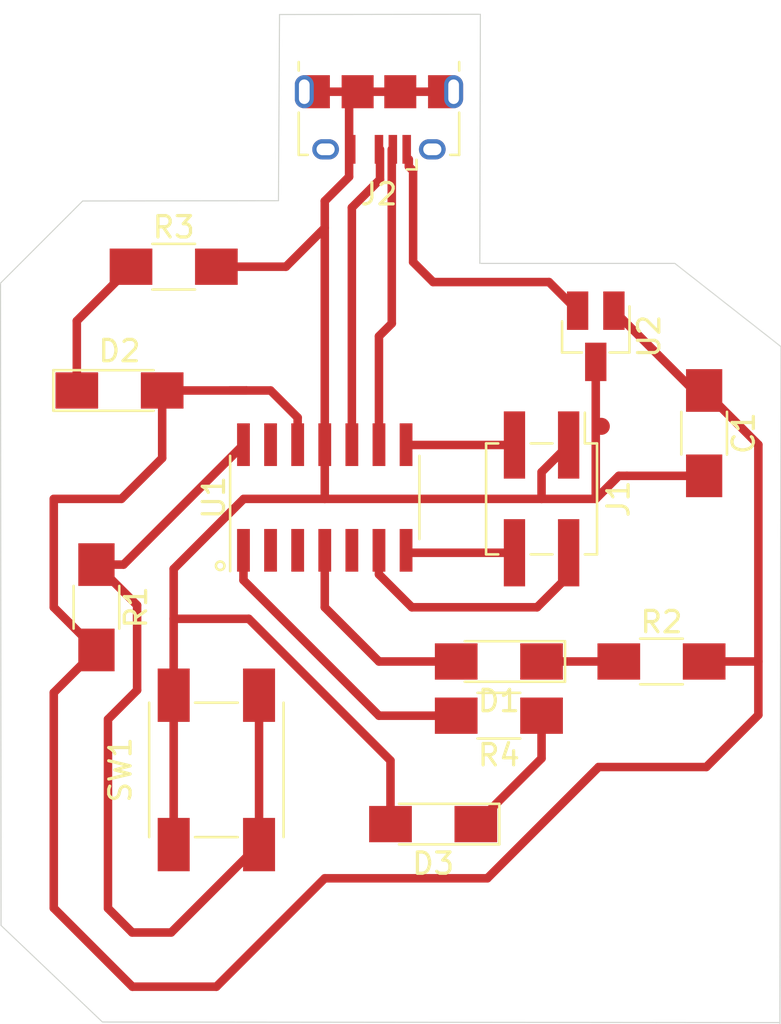
<source format=kicad_pcb>
(kicad_pcb (version 20211014) (generator pcbnew)
  (layers (0 "F.Cu" signal) (31 "B.Cu" signal) (34 "B.Paste" user) (35 "F.Paste" user) (36 "B.SilkS" user "B.Silkscreen") (37 "F.SilkS" user "F.Silkscreen") (38 "B.Mask" user) (39 "F.Mask" user) (44 "Edge.Cuts" user))
  (net 0 "")
  (net 1 "LED")
  (net 2 "GND")
  (net 3 "RST")
  (net 4 "DIO")
  (net 5 "CLK")
  (net 6 "VDD")
  (net 7 "BUT")
  (net 8 "D-")
  (net 9 "Net-(D1-Pad1)")
  (net 10 "D+")
  (net 11 "5V")
  (net 17 "Net-(D2-Pad1)")
  (net 18 "Net-(D3-Pad1)")
  (net 19 "LED2")
  (footprint "fab:R_1206" (layer "F.Cu") (at 66.58 109.22 180)
    (fp_text reference "R4" (at 0 -1.85) (layer "F.SilkS"))
    (fp_text value "R")
    (fp_line (start -1 -1.07) (end 1 -1.07) (layer "F.SilkS") (width 0.12))
    (fp_line (start 1 1.07) (end -1 1.07) (layer "F.SilkS") (width 0.12))
    (pad "1" smd rect locked (at -2 0 180) (size 2 1.7) (layers "F.Cu" "F.Paste" "F.Mask") (net 18 "Net-(D3-Pad1)"))
    (pad "2" smd rect locked (at 2 0 180) (size 2 1.7) (layers "F.Cu" "F.Paste" "F.Mask") (net 19 "LED2"))
  )
  (footprint "fab:R_1206" (layer "F.Cu") (at 47.72 104.14 -90)
    (fp_text reference "R1" (at 0 -1.85 90) (layer "F.SilkS"))
    (fp_text value "R")
    (fp_line (start 1 1.07) (end -1 1.07) (layer "F.SilkS") (width 0.12))
    (fp_line (start -1 -1.07) (end 1 -1.07) (layer "F.SilkS") (width 0.12))
    (pad "1" smd rect locked (at -2 0 270) (size 2 1.7) (layers "F.Cu" "F.Paste" "F.Mask") (net 7 "BUT"))
    (pad "2" smd rect locked (at 2 0 270) (size 2 1.7) (layers "F.Cu" "F.Paste" "F.Mask") (net 6 "VDD"))
  )
  (footprint "Connector_USB:USB_Micro-B_Amphenol_10118194_Horizontal" (layer "F.Cu") (at 60.96 81.28 180)
    (fp_text reference "J2" (at 0 -3.5 180) (layer "F.SilkS"))
    (fp_text value "USB_B_Micro")
    (fp_line (start -3.76 2.69) (end -3.76 2.29) (layer "F.SilkS") (width 0.12))
    (fp_line (start -1.31 -2.34) (end -1.76 -2.34) (layer "F.SilkS") (width 0.12))
    (fp_line (start -1.76 -1.89) (end -1.76 -2.34) (layer "F.SilkS") (width 0.12))
    (fp_line (start -3.76 0.32) (end -3.76 -1.66) (layer "F.SilkS") (width 0.12))
    (fp_line (start 3.76 2.29) (end 3.76 2.69) (layer "F.SilkS") (width 0.12))
    (fp_line (start -3.76 -1.66) (end -3.34 -1.66) (layer "F.SilkS") (width 0.12))
    (fp_line (start 3.76 0.32) (end 3.76 -1.66) (layer "F.SilkS") (width 0.12))
    (fp_line (start 3.76 -1.66) (end 3.34 -1.66) (layer "F.SilkS") (width 0.12))
    (pad "1" smd rect (at -1.3 -1.4 180) (size 0.4 1.35) (layers "F.Cu" "F.Paste" "F.Mask") (net 11 "5V"))
    (pad "2" smd rect (at -0.65 -1.4 180) (size 0.4 1.35) (layers "F.Cu" "F.Paste" "F.Mask") (net 8 "D-"))
    (pad "3" smd rect (at 0 -1.4 180) (size 0.4 1.35) (layers "F.Cu" "F.Paste" "F.Mask") (net 10 "D+"))
    (pad "4" smd rect (at 0.65 -1.4 180) (size 0 1.35) (layers "F.Cu" "F.Paste" "F.Mask"))
    (pad "5" smd rect (at 1.3 -1.4 180) (size 0.4 1.35) (layers "F.Cu" "F.Paste" "F.Mask") (net 2 "GND"))
    (pad "6" thru_hole oval (at -2.5 -1.4 180) (size 1.25 0.95) (drill oval 0.85 0.55) (layers *.Cu *.Mask) (net 2 "GND"))
    (pad "6" thru_hole oval (at 2.5 -1.4 180) (size 1.25 0.95) (drill oval 0.85 0.55) (layers *.Cu *.Mask) (net 2 "GND"))
    (pad "6" smd rect (at 2.9 1.3 180) (size 1.2 1.55) (layers "F.Cu" "F.Paste" "F.Mask") (net 2 "GND"))
    (pad "6" thru_hole oval (at 3.5 1.3 180) (size 0.89 1.55) (drill oval 0.5 1.15) (layers *.Cu *.Mask) (net 2 "GND"))
    (pad "6" thru_hole oval (at -3.5 1.3 180) (size 0.89 1.55) (drill oval 0.5 1.15) (layers *.Cu *.Mask) (net 2 "GND"))
    (pad "6" smd rect (at -1 1.3 180) (size 1.5 1.55) (layers "F.Cu" "F.Paste" "F.Mask") (net 2 "GND"))
    (pad "6" smd rect (at -2.9 1.3 180) (size 1.2 1.55) (layers "F.Cu" "F.Paste" "F.Mask") (net 2 "GND"))
    (pad "6" smd rect (at 1 1.3 180) (size 1.5 1.55) (layers "F.Cu" "F.Paste" "F.Mask") (net 2 "GND"))
  )
  (footprint "fab:LED_1206" (layer "F.Cu") (at 63.5 114.3 180)
    (fp_text reference "D3" (at 0 -1.85) (layer "F.SilkS"))
    (fp_text value "LED")
    (fp_line (start -3.1 -0.95) (end 1.6 -0.95) (layer "F.SilkS") (width 0.12))
    (fp_line (start -3.1 -0.95) (end -3.1 0.95) (layer "F.SilkS") (width 0.12))
    (fp_line (start -3.1 0.95) (end 1.6 0.95) (layer "F.SilkS") (width 0.12))
    (pad "1" smd rect locked (at -2 0 180) (size 2 1.7) (layers "F.Cu" "F.Paste" "F.Mask") (net 18 "Net-(D3-Pad1)"))
    (pad "2" smd rect locked (at 2 0 180) (size 2 1.7) (layers "F.Cu" "F.Paste" "F.Mask") (net 2 "GND"))
  )
  (footprint "fab:R_1206" (layer "F.Cu") (at 74.2 106.68)
    (fp_text reference "R2" (at 0 -1.85) (layer "F.SilkS"))
    (fp_text value "R")
    (fp_line (start 1 1.07) (end -1 1.07) (layer "F.SilkS") (width 0.12))
    (fp_line (start -1 -1.07) (end 1 -1.07) (layer "F.SilkS") (width 0.12))
    (pad "1" smd rect locked (at -2 0) (size 2 1.7) (layers "F.Cu" "F.Paste" "F.Mask") (net 9 "Net-(D1-Pad1)"))
    (pad "2" smd rect locked (at 2 0) (size 2 1.7) (layers "F.Cu" "F.Paste" "F.Mask") (net 6 "VDD"))
  )
  (footprint "fab:SOIC-14_3.9x8.7mm_P1.27mm" (layer "F.Cu") (at 58.42 98.995 90)
    (fp_text reference "U1" (at 0 -5.2 90) (layer "F.SilkS"))
    (fp_text value "ATSAMD11C14A-SS")
    (fp_line (start 0 4.435) (end -1.95 4.435) (layer "F.SilkS") (width 0.12))
    (fp_line (start 0 -4.435) (end 1.95 -4.435) (layer "F.SilkS") (width 0.12))
    (fp_line (start 0 4.435) (end 1.95 4.435) (layer "F.SilkS") (width 0.12))
    (fp_line (start 0 -4.435) (end -3.45 -4.435) (layer "F.SilkS") (width 0.12))
    (fp_circle (center -3.2 -4.9) (end -3.2 -4.7) (layer "F.SilkS") (width 0.12) (fill none))
    (pad "1" smd rect (at -2.475 -3.81 90) (size 2 0.6) (layers "F.Cu" "F.Paste" "F.Mask") (net 19 "LED2"))
    (pad "2" smd rect (at -2.475 -2.54 90) (size 2 0.6) (layers "F.Cu" "F.Paste" "F.Mask"))
    (pad "3" smd rect (at -2.475 -1.27 90) (size 2 0.6) (layers "F.Cu" "F.Paste" "F.Mask"))
    (pad "4" smd rect (at -2.475 0 90) (size 2 0.6) (layers "F.Cu" "F.Paste" "F.Mask") (net 1 "LED"))
    (pad "5" smd rect (at -2.475 1.27 90) (size 2 0.6) (layers "F.Cu" "F.Paste" "F.Mask"))
    (pad "6" smd rect (at -2.475 2.54 90) (size 2 0.6) (layers "F.Cu" "F.Paste" "F.Mask") (net 3 "RST"))
    (pad "7" smd rect (at -2.475 3.81 90) (size 2 0.6) (layers "F.Cu" "F.Paste" "F.Mask") (net 5 "CLK"))
    (pad "8" smd rect (at 2.475 3.81 90) (size 2 0.6) (layers "F.Cu" "F.Paste" "F.Mask") (net 4 "DIO"))
    (pad "9" smd rect (at 2.475 2.54 90) (size 2 0.6) (layers "F.Cu" "F.Paste" "F.Mask") (net 8 "D-"))
    (pad "10" smd rect (at 2.475 1.27 90) (size 2 0.6) (layers "F.Cu" "F.Paste" "F.Mask") (net 10 "D+"))
    (pad "11" smd rect (at 2.475 0 90) (size 2 0.6) (layers "F.Cu" "F.Paste" "F.Mask") (net 2 "GND"))
    (pad "12" smd rect (at 2.475 -1.27 90) (size 2 0.6) (layers "F.Cu" "F.Paste" "F.Mask") (net 6 "VDD"))
    (pad "13" smd rect (at 2.475 -2.54 90) (size 2 0.6) (layers "F.Cu" "F.Paste" "F.Mask"))
    (pad "14" smd rect (at 2.475 -3.81 90) (size 2 0.6) (layers "F.Cu" "F.Paste" "F.Mask") (net 7 "BUT"))
  )
  (footprint "fab:Button_Omron_B3SN_6x6mm" (layer "F.Cu") (at 53.34 111.76 90)
    (fp_text reference "SW1" (at 0 -4.5 90) (layer "F.SilkS"))
    (fp_text value "BUTTON_B3SN")
    (fp_line (start 3.15 3.15) (end -3.15 3.15) (layer "F.SilkS") (width 0.12))
    (fp_line (start -3.15 1) (end -3.15 -1) (layer "F.SilkS") (width 0.12))
    (fp_line (start -3.15 -3.15) (end 3.15 -3.15) (layer "F.SilkS") (width 0.12))
    (fp_line (start 3.15 -1) (end 3.15 1) (layer "F.SilkS") (width 0.12))
    (pad "1" smd rect locked (at 3.5 -2 90) (size 2.5 1.5) (layers "F.Cu" "F.Paste" "F.Mask") (net 2 "GND"))
    (pad "1" smd rect locked (at -3.5 -2 90) (size 2.5 1.5) (layers "F.Cu" "F.Paste" "F.Mask") (net 2 "GND"))
    (pad "2" smd rect locked (at -3.5 2 90) (size 2.5 1.5) (layers "F.Cu" "F.Paste" "F.Mask") (net 7 "BUT"))
    (pad "2" smd rect locked (at 3.5 2 90) (size 2.5 1.5) (layers "F.Cu" "F.Paste" "F.Mask") (net 7 "BUT"))
  )
  (footprint "fab:LED_1206" (layer "F.Cu") (at 66.58 106.68 180)
    (fp_text reference "D1" (at 0 -1.85) (layer "F.SilkS"))
    (fp_text value "LED")
    (fp_line (start -3.1 -0.95) (end 1.6 -0.95) (layer "F.SilkS") (width 0.12))
    (fp_line (start -3.1 -0.95) (end -3.1 0.95) (layer "F.SilkS") (width 0.12))
    (fp_line (start -3.1 0.95) (end 1.6 0.95) (layer "F.SilkS") (width 0.12))
    (pad "1" smd rect locked (at -2 0 180) (size 2 1.7) (layers "F.Cu" "F.Paste" "F.Mask") (net 9 "Net-(D1-Pad1)"))
    (pad "2" smd rect locked (at 2 0 180) (size 2 1.7) (layers "F.Cu" "F.Paste" "F.Mask") (net 1 "LED"))
  )
  (footprint "fab:LED_1206" (layer "F.Cu") (at 48.8 93.98)
    (fp_text reference "D2" (at 0 -1.85) (layer "F.SilkS"))
    (fp_text value "LED")
    (fp_line (start -3.1 -0.95) (end -3.1 0.95) (layer "F.SilkS") (width 0.12))
    (fp_line (start -3.1 0.95) (end 1.6 0.95) (layer "F.SilkS") (width 0.12))
    (fp_line (start -3.1 -0.95) (end 1.6 -0.95) (layer "F.SilkS") (width 0.12))
    (pad "1" smd rect locked (at -2 0) (size 2 1.7) (layers "F.Cu" "F.Paste" "F.Mask") (net 17 "Net-(D2-Pad1)"))
    (pad "2" smd rect locked (at 2 0) (size 2 1.7) (layers "F.Cu" "F.Paste" "F.Mask") (net 6 "VDD"))
  )
  (footprint "fab:R_1206" (layer "F.Cu") (at 51.34 88.18)
    (fp_text reference "R3" (at 0 -1.85) (layer "F.SilkS"))
    (fp_text value "R")
    (fp_line (start 1 1.07) (end -1 1.07) (layer "F.SilkS") (width 0.12))
    (fp_line (start -1 -1.07) (end 1 -1.07) (layer "F.SilkS") (width 0.12))
    (pad "1" smd rect locked (at -2 0) (size 2 1.7) (layers "F.Cu" "F.Paste" "F.Mask") (net 17 "Net-(D2-Pad1)"))
    (pad "2" smd rect locked (at 2 0) (size 2 1.7) (layers "F.Cu" "F.Paste" "F.Mask") (net 2 "GND"))
  )
  (footprint "fab:SOT-23" (layer "F.Cu") (at 71.12 91.44 -90)
    (fp_text reference "U2" (at 0 -2.5 90) (layer "F.SilkS"))
    (fp_text value "Regulator_Linear_LM3480-3.3V-100mA")
    (fp_line (start 0.76 1.58) (end 0.76 0.65) (layer "F.SilkS") (width 0.12))
    (fp_line (start 0.76 -1.58) (end -1.4 -1.58) (layer "F.SilkS") (width 0.12))
    (fp_line (start 0.76 1.58) (end -0.7 1.58) (layer "F.SilkS") (width 0.12))
    (fp_line (start 0.76 -1.58) (end 0.76 -0.65) (layer "F.SilkS") (width 0.12))
    (pad "1" smd rect locked (at -1.2 -0.85 270) (size 1.8 1) (layers "F.Cu" "F.Paste" "F.Mask") (net 6 "VDD"))
    (pad "2" smd rect locked (at -1.2 0.85 270) (size 1.8 1) (layers "F.Cu" "F.Paste" "F.Mask") (net 11 "5V"))
    (pad "3" smd rect locked (at 1.2 0 270) (size 1.8 1) (layers "F.Cu" "F.Paste" "F.Mask") (net 2 "GND"))
  )
  (footprint "fab:C_1206" (layer "F.Cu") (at 76.2 95.98 -90)
    (fp_text reference "C1" (at 0 -1.85 90) (layer "F.SilkS"))
    (fp_text value "C")
    (fp_line (start 1 1.07) (end -1 1.07) (layer "F.SilkS") (width 0.12))
    (fp_line (start -1 -1.07) (end 1 -1.07) (layer "F.SilkS") (width 0.12))
    (pad "1" smd rect locked (at -2 0 270) (size 2 1.7) (layers "F.Cu" "F.Paste" "F.Mask") (net 6 "VDD"))
    (pad "2" smd rect locked (at 2 0 270) (size 2 1.7) (layers "F.Cu" "F.Paste" "F.Mask") (net 2 "GND"))
  )
  (footprint "fab:PinHeader_2x02_P2.54mm_Vertical_SMD" (layer "F.Cu") (at 68.58 99.06 -90)
    (fp_text reference "J1" (at 0 -3.6 90) (layer "F.SilkS"))
    (fp_text value "Conn_PinHeader_2x02_P2.54mm_Vertical_SMD")
    (fp_circle (center -3.4 -2.8) (end -3.1 -2.8) (layer "F.Cu") (width 0.2) (fill solid))
    (fp_line (start -2.6 2.03) (end -2.6 2.6) (layer "F.SilkS") (width 0.12))
    (fp_line (start -2.6 -2.6) (end -2.6 -2.03) (layer "F.SilkS") (width 0.12))
    (fp_line (start -2.6 -2.6) (end 2.6 -2.6) (layer "F.SilkS") (width 0.12))
    (fp_line (start -2.6 -0.51) (end -2.6 0.51) (layer "F.SilkS") (width 0.12))
    (fp_line (start 2.6 -0.51) (end 2.6 0.51) (layer "F.SilkS") (width 0.12))
    (fp_line (start -2.6 2.6) (end 2.6 2.6) (layer "F.SilkS") (width 0.12))
    (fp_line (start 2.6 2.03) (end 2.6 2.6) (layer "F.SilkS") (width 0.12))
    (fp_line (start 2.6 -2.6) (end 2.6 -2.03) (layer "F.SilkS") (width 0.12))
    (fp_line (start -4.04 -2.03) (end -2.6 -2.03) (layer "F.SilkS") (width 0.12))
    (pad "1" smd rect (at -2.525 -1.27 270) (size 3.15 1) (layers "F.Cu" "F.Paste" "F.Mask") (net 2 "GND"))
    (pad "2" smd rect (at 2.525 -1.27 270) (size 3.15 1) (layers "F.Cu" "F.Paste" "F.Mask") (net 3 "RST"))
    (pad "3" smd rect (at -2.525 1.27 270) (size 3.15 1) (layers "F.Cu" "F.Paste" "F.Mask") (net 4 "DIO"))
    (pad "4" smd rect (at 2.525 1.27 270) (size 3.15 1) (layers "F.Cu" "F.Paste" "F.Mask") (net 5 "CLK"))
  )
  (gr_line (start 56.25 85.0875) (end 47.075 85.1) (layer "Edge.Cuts") (width 0.05))
  (gr_line (start 74.825 88.025) (end 65.6875 88.025) (layer "Edge.Cuts") (width 0.05))
  (gr_line (start 65.6875 88.025) (end 65.7125 76.35) (layer "Edge.Cuts") (width 0.05))
  (gr_line (start 65.7125 76.35) (end 56.3 76.3625) (layer "Edge.Cuts") (width 0.05))
  (gr_line (start 56.3 76.3625) (end 56.25 85.0875) (layer "Edge.Cuts") (width 0.05))
  (gr_line (start 43.25 119.05) (end 48 123.575) (layer "Edge.Cuts") (width 0.05))
  (gr_line (start 48 123.575) (end 79.75 123.6) (layer "Edge.Cuts") (width 0.05))
  (gr_line (start 79.75 123.65) (end 79.8 91.925) (layer "Edge.Cuts") (width 0.05))
  (gr_line (start 43.225 88.95) (end 43.25 119.05) (layer "Edge.Cuts") (width 0.05))
  (gr_line (start 79.8 91.925) (end 74.825 88.025) (layer "Edge.Cuts") (width 0.05))
  (gr_line (start 47.075 85.1) (end 43.225 88.95) (layer "Edge.Cuts") (width 0.05))
  (segment (start 58.42 101.47) (end 58.42 104.14) (width 0.4) (layer "F.Cu") (net 1))
  (segment (start 58.42 104.14) (end 60.96 106.68) (width 0.4) (layer "F.Cu") (net 1))
  (segment (start 60.96 106.68) (end 64.58 106.68) (width 0.4) (layer "F.Cu") (net 1))
  (segment (start 68.58 97.805) (end 68.58 99.06) (width 0.4) (layer "F.Cu") (net 2))
  (segment (start 56.6 88.18) (end 58.42 86.36) (width 0.4) (layer "F.Cu") (net 2))
  (segment (start 71.12 92.64) (end 71.12 99.06) (width 0.4) (layer "F.Cu") (net 2))
  (segment (start 54.620978 99.06) (end 58.42 99.06) (width 0.4) (layer "F.Cu") (net 2))
  (segment (start 54.859022 104.68) (end 51.34 104.68) (width 0.4) (layer "F.Cu") (net 2))
  (segment (start 59.560489 83.964511) (end 58.42 85.105) (width 0.4) (layer "F.Cu") (net 2))
  (segment (start 71.12 99.06) (end 68.58 99.06) (width 0.4) (layer "F.Cu") (net 2))
  (segment (start 58.42 85.105) (end 58.42 96.52) (width 0.4) (layer "F.Cu") (net 2))
  (segment (start 72.58 97.98) (end 72.2 97.98) (width 0.4) (layer "F.Cu") (net 2))
  (segment (start 51.34 104.68) (end 51.34 102.340978) (width 0.4) (layer "F.Cu") (net 2))
  (segment (start 76.2 97.98) (end 72.58 97.98) (width 0.4) (layer "F.Cu") (net 2))
  (segment (start 58.06 79.98) (end 59.96 79.98) (width 0.4) (layer "F.Cu") (net 2))
  (segment (start 51.34 108.26) (end 51.34 104.68) (width 0.4) (layer "F.Cu") (net 2))
  (segment (start 58.42 99.06) (end 58.42 96.52) (width 0.4) (layer "F.Cu") (net 2))
  (segment (start 61.5 114.3) (end 61.5 111.320978) (width 0.4) (layer "F.Cu") (net 2))
  (segment (start 68.58 99.06) (end 58.42 99.06) (width 0.4) (layer "F.Cu") (net 2))
  (segment (start 53.34 88.18) (end 56.6 88.18) (width 0.4) (layer "F.Cu") (net 2))
  (segment (start 51.34 102.340978) (end 54.620978 99.06) (width 0.4) (layer "F.Cu") (net 2))
  (segment (start 59.560489 80.379511) (end 59.560489 83.964511) (width 0.4) (layer "F.Cu") (net 2))
  (segment (start 69.85 96.535) (end 68.58 97.805) (width 0.4) (layer "F.Cu") (net 2))
  (segment (start 51.34 115.26) (end 51.34 108.26) (width 0.4) (layer "F.Cu") (net 2))
  (segment (start 61.96 79.98) (end 59.96 79.98) (width 0.4) (layer "F.Cu") (net 2))
  (segment (start 59.96 79.98) (end 59.560489 80.379511) (width 0.4) (layer "F.Cu") (net 2))
  (segment (start 61.5 111.320978) (end 54.859022 104.68) (width 0.4) (layer "F.Cu") (net 2))
  (segment (start 72.2 97.98) (end 71.12 99.06) (width 0.4) (layer "F.Cu") (net 2))
  (segment (start 63.86 79.98) (end 61.96 79.98) (width 0.4) (layer "F.Cu") (net 2))
  (segment (start 69.85 102.66) (end 68.37 104.14) (width 0.4) (layer "F.Cu") (net 3))
  (segment (start 62.500978 104.14) (end 60.96 102.599022) (width 0.4) (layer "F.Cu") (net 3))
  (segment (start 69.85 101.585) (end 69.85 102.66) (width 0.4) (layer "F.Cu") (net 3))
  (segment (start 68.37 104.14) (end 62.500978 104.14) (width 0.4) (layer "F.Cu") (net 3))
  (segment (start 60.96 102.599022) (end 60.96 101.47) (width 0.4) (layer "F.Cu") (net 3))
  (segment (start 62.245 96.535) (end 62.23 96.52) (width 0.4) (layer "F.Cu") (net 4))
  (segment (start 67.31 96.535) (end 62.245 96.535) (width 0.4) (layer "F.Cu") (net 4))
  (segment (start 67.31 101.585) (end 62.345 101.585) (width 0.4) (layer "F.Cu") (net 5))
  (segment (start 62.345 101.585) (end 62.23 101.47) (width 0.4) (layer "F.Cu") (net 5))
  (segment (start 45.72 118.235) (end 45.72 108.14) (width 0.4) (layer "F.Cu") (net 6))
  (segment (start 78.74 96.52) (end 76.2 93.98) (width 0.4) (layer "F.Cu") (net 6))
  (segment (start 45.72 99.06) (end 45.72 104.14) (width 0.4) (layer "F.Cu") (net 6))
  (segment (start 76.2 106.68) (end 78.74 106.68) (width 0.4) (layer "F.Cu") (net 6))
  (segment (start 54.750978 93.98) (end 53.97 93.98) (width 0.4) (layer "F.Cu") (net 6))
  (segment (start 48.89 99.06) (end 50.8 97.15) (width 0.4) (layer "F.Cu") (net 6))
  (segment (start 54.750978 93.98) (end 50.8 93.98) (width 0.4) (layer "F.Cu") (net 6))
  (segment (start 48.89 99.06) (end 45.72 99.06) (width 0.4) (layer "F.Cu") (net 6))
  (segment (start 71.255 111.625) (end 66.04 116.84) (width 0.4) (layer "F.Cu") (net 6))
  (segment (start 75.71 93.98) (end 76.2 93.98) (width 0.4) (layer "F.Cu") (net 6))
  (segment (start 45.72 104.14) (end 47.72 106.14) (width 0.4) (layer "F.Cu") (net 6))
  (segment (start 45.72 108.14) (end 47.72 106.14) (width 0.4) (layer "F.Cu") (net 6))
  (segment (start 53.34 121.92) (end 49.405 121.92) (width 0.4) (layer "F.Cu") (net 6))
  (segment (start 57.15 96.52) (end 57.15 95.25) (width 0.4) (layer "F.Cu") (net 6))
  (segment (start 50.8 97.15) (end 50.8 93.98) (width 0.4) (layer "F.Cu") (net 6))
  (segment (start 78.74 109.185) (end 76.3 111.625) (width 0.4) (layer "F.Cu") (net 6))
  (segment (start 66.04 116.84) (end 58.42 116.84) (width 0.4) (layer "F.Cu") (net 6))
  (segment (start 76.3 111.625) (end 71.255 111.625) (width 0.4) (layer "F.Cu") (net 6))
  (segment (start 58.42 116.84) (end 53.34 121.92) (width 0.4) (layer "F.Cu") (net 6))
  (segment (start 71.97 90.24) (end 75.71 93.98) (width 0.4) (layer "F.Cu") (net 6))
  (segment (start 57.15 95.25) (end 55.88 93.98) (width 0.4) (layer "F.Cu") (net 6))
  (segment (start 49.405 121.92) (end 45.72 118.235) (width 0.4) (layer "F.Cu") (net 6))
  (segment (start 78.74 106.68) (end 78.74 109.185) (width 0.4) (layer "F.Cu") (net 6))
  (segment (start 78.74 106.68) (end 78.74 96.52) (width 0.4) (layer "F.Cu") (net 6))
  (segment (start 55.88 93.98) (end 54.750978 93.98) (width 0.4) (layer "F.Cu") (net 6))
  (segment (start 47.72 102.14) (end 48.99 102.14) (width 0.4) (layer "F.Cu") (net 7))
  (segment (start 51.22 119.38) (end 49.395 119.38) (width 0.4) (layer "F.Cu") (net 7))
  (segment (start 49.395 119.38) (end 48.26 118.245) (width 0.4) (layer "F.Cu") (net 7))
  (segment (start 55.34 115.26) (end 51.22 119.38) (width 0.4) (layer "F.Cu") (net 7))
  (segment (start 55.34 108.26) (end 55.34 115.26) (width 0.4) (layer "F.Cu") (net 7))
  (segment (start 49.625 108.025) (end 49.625 104.045) (width 0.4) (layer "F.Cu") (net 7))
  (segment (start 49.625 104.045) (end 47.72 102.14) (width 0.4) (layer "F.Cu") (net 7))
  (segment (start 48.26 109.39) (end 49.625 108.025) (width 0.4) (layer "F.Cu") (net 7))
  (segment (start 48.99 102.14) (end 54.61 96.52) (width 0.4) (layer "F.Cu") (net 7))
  (segment (start 48.26 118.245) (end 48.26 109.39) (width 0.4) (layer "F.Cu") (net 7))
  (segment (start 60.96 91.44) (end 61.560489 90.839511) (width 0.4) (layer "F.Cu") (net 8))
  (segment (start 60.96 96.52) (end 60.96 91.44) (width 0.4) (layer "F.Cu") (net 8))
  (segment (start 61.560489 90.839511) (end 61.560489 82.68) (width 0.4) (layer "F.Cu") (net 8))
  (segment (start 68.58 106.68) (end 72.2 106.68) (width 0.4) (layer "F.Cu") (net 9))
  (segment (start 61.009511 84.090489) (end 61.009511 82.68) (width 0.4) (layer "F.Cu") (net 10))
  (segment (start 59.69 96.52) (end 59.69 85.41) (width 0.4) (layer "F.Cu") (net 10))
  (segment (start 59.69 85.41) (end 61.009511 84.090489) (width 0.4) (layer "F.Cu") (net 10))
  (segment (start 68.93 88.9) (end 63.5 88.9) (width 0.4) (layer "F.Cu") (net 11))
  (segment (start 62.56 87.96) (end 62.56 83.685) (width 0.4) (layer "F.Cu") (net 11))
  (segment (start 62.56 83.685) (end 62.359511 83.484511) (width 0.4) (layer "F.Cu") (net 11))
  (segment (start 63.5 88.9) (end 62.56 87.96) (width 0.4) (layer "F.Cu") (net 11))
  (segment (start 70.27 90.24) (end 68.93 88.9) (width 0.4) (layer "F.Cu") (net 11))
  (segment (start 62.359511 83.484511) (end 62.359511 83.15) (width 0.4) (layer "F.Cu") (net 11))
  (segment (start 46.8 93.98) (end 46.8 90.72) (width 0.4) (layer "F.Cu") (net 17))
  (segment (start 46.8 90.72) (end 49.34 88.18) (width 0.4) (layer "F.Cu") (net 17))
  (segment (start 68.58 109.22) (end 68.58 111.22) (width 0.4) (layer "F.Cu") (net 18))
  (segment (start 68.58 111.22) (end 65.5 114.3) (width 0.4) (layer "F.Cu") (net 18))
  (segment (start 54.61 101.47) (end 54.61 102.87) (width 0.4) (layer "F.Cu") (net 19))
  (segment (start 54.61 102.87) (end 60.96 109.22) (width 0.4) (layer "F.Cu") (net 19))
  (segment (start 60.96 109.22) (end 64.58 109.22) (width 0.4) (layer "F.Cu") (net 19))
)
</source>
